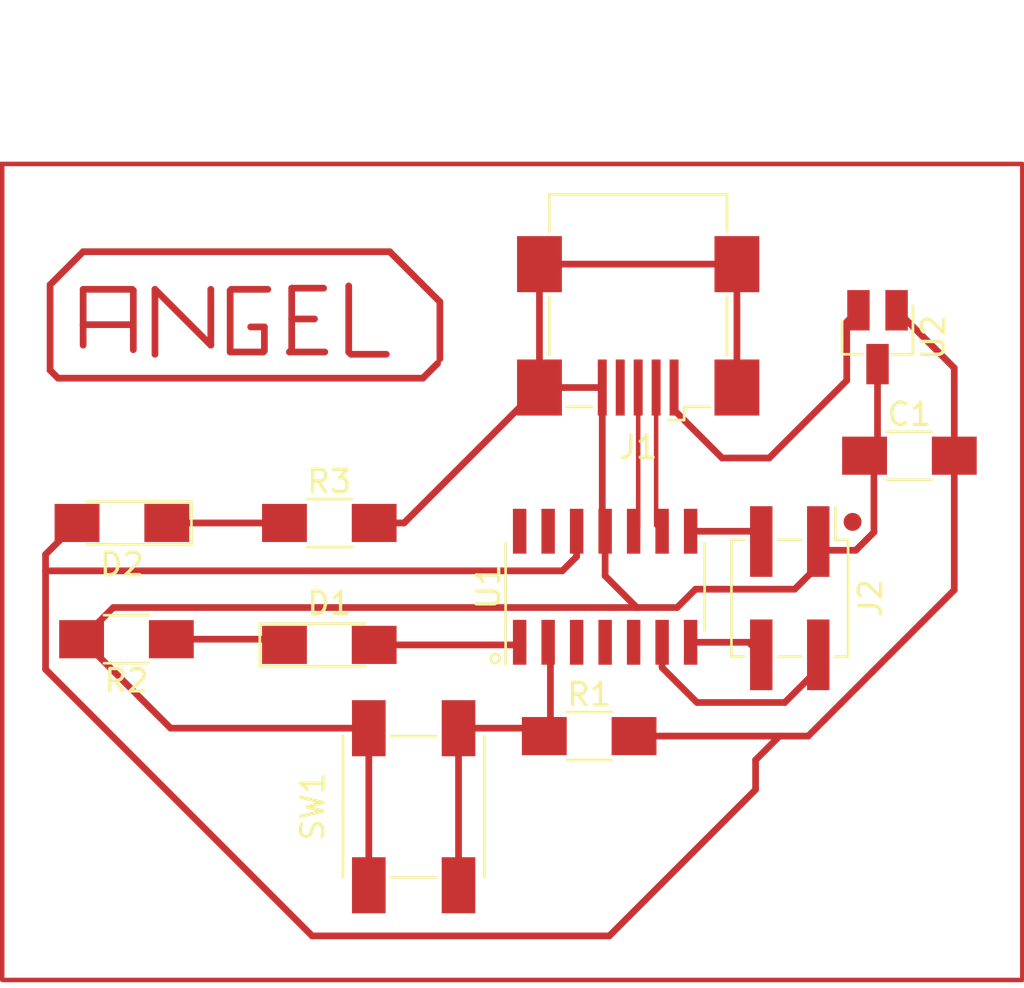
<source format=kicad_pcb>
(kicad_pcb (version 20211014) (generator pcbnew)
  (layers (0 "F.Cu" signal) (31 "B.Cu" signal) (34 "B.Paste" user) (35 "F.Paste" user) (36 "B.SilkS" user "B.Silkscreen") (37 "F.SilkS" user "F.Silkscreen") (38 "B.Mask" user) (39 "F.Mask" user) (44 "Edge.Cuts" user))
  (net 0 "")
  (net 1 "VDD")
  (net 2 "GND")
  (net 3 "Net-(D1-Pad1)")
  (net 4 "Net-(D2-Pad1)")
  (net 5 "5V")
  (net 6 "D-")
  (net 7 "D+")
  (net 9 "RST")
  (net 10 "DIO")
  (net 11 "CLK")
  (net 12 "BUTTON")
  (net 13 "LED")
  (net 18 "BUT")
  (footprint "fab:PinHeader_2x02_P2.54mm_Vertical_SMD" (layer "F.Cu") (at 150.0124 81.788 -90)
    (fp_text reference "J2" (at 0 -3.6 90) (layer "F.SilkS"))
    (fp_text value "Conn_PinHeader_2x02_P2.54mm_Vertical_SMD")
    (fp_circle (center -3.4 -2.8) (end -3.1 -2.8) (layer "F.Cu") (width 0.2) (fill solid))
    (fp_line (start -2.6 -2.6) (end -2.6 -2.03) (layer "F.SilkS") (width 0.12))
    (fp_line (start -2.6 -2.6) (end 2.6 -2.6) (layer "F.SilkS") (width 0.12))
    (fp_line (start -2.6 2.03) (end -2.6 2.6) (layer "F.SilkS") (width 0.12))
    (fp_line (start 2.6 2.03) (end 2.6 2.6) (layer "F.SilkS") (width 0.12))
    (fp_line (start 2.6 -2.6) (end 2.6 -2.03) (layer "F.SilkS") (width 0.12))
    (fp_line (start -2.6 2.6) (end 2.6 2.6) (layer "F.SilkS") (width 0.12))
    (fp_line (start 2.6 -0.51) (end 2.6 0.51) (layer "F.SilkS") (width 0.12))
    (fp_line (start -2.6 -0.51) (end -2.6 0.51) (layer "F.SilkS") (width 0.12))
    (fp_line (start -4.04 -2.03) (end -2.6 -2.03) (layer "F.SilkS") (width 0.12))
    (pad "1" smd rect (at -2.525 -1.27 270) (size 3.15 1) (layers "F.Cu" "F.Paste" "F.Mask") (net 2 "GND"))
    (pad "2" smd rect (at 2.525 -1.27 270) (size 3.15 1) (layers "F.Cu" "F.Paste" "F.Mask") (net 9 "RST"))
    (pad "3" smd rect (at -2.525 1.27 270) (size 3.15 1) (layers "F.Cu" "F.Paste" "F.Mask") (net 10 "DIO"))
    (pad "4" smd rect (at 2.525 1.27 270) (size 3.15 1) (layers "F.Cu" "F.Paste" "F.Mask") (net 11 "CLK"))
  )
  (footprint "fab:Button_Omron_B3SN_6x6mm" (layer "F.Cu") (at 133.2484 91.0844 90)
    (fp_text reference "SW1" (at 0 -4.5 90) (layer "F.SilkS"))
    (fp_text value "BUTTON_B3SN")
    (fp_line (start -3.15 -3.15) (end 3.15 -3.15) (layer "F.SilkS") (width 0.12))
    (fp_line (start 3.15 3.15) (end -3.15 3.15) (layer "F.SilkS") (width 0.12))
    (fp_line (start 3.15 -1) (end 3.15 1) (layer "F.SilkS") (width 0.12))
    (fp_line (start -3.15 1) (end -3.15 -1) (layer "F.SilkS") (width 0.12))
    (pad "1" smd rect locked (at -3.5 -2 90) (size 2.5 1.5) (layers "F.Cu" "F.Paste" "F.Mask") (net 2 "GND"))
    (pad "1" smd rect locked (at 3.5 -2 90) (size 2.5 1.5) (layers "F.Cu" "F.Paste" "F.Mask") (net 2 "GND"))
    (pad "2" smd rect locked (at -3.5 2 90) (size 2.5 1.5) (layers "F.Cu" "F.Paste" "F.Mask") (net 12 "BUTTON"))
    (pad "2" smd rect locked (at 3.5 2 90) (size 2.5 1.5) (layers "F.Cu" "F.Paste" "F.Mask") (net 12 "BUTTON"))
  )
  (footprint "fab:LED_1206" (layer "F.Cu") (at 120.2436 78.4352 180)
    (fp_text reference "D2" (at 0 -1.85) (layer "F.SilkS"))
    (fp_text value "LED")
    (fp_line (start -3.1 -0.95) (end 1.6 -0.95) (layer "F.SilkS") (width 0.12))
    (fp_line (start -3.1 -0.95) (end -3.1 0.95) (layer "F.SilkS") (width 0.12))
    (fp_line (start -3.1 0.95) (end 1.6 0.95) (layer "F.SilkS") (width 0.12))
    (pad "1" smd rect locked (at -2 0 180) (size 2 1.7) (layers "F.Cu" "F.Paste" "F.Mask") (net 4 "Net-(D2-Pad1)"))
    (pad "2" smd rect locked (at 2 0 180) (size 2 1.7) (layers "F.Cu" "F.Paste" "F.Mask") (net 1 "VDD"))
  )
  (footprint "fab:C_1206" (layer "F.Cu") (at 155.3464 75.438)
    (fp_text reference "C1" (at 0 -1.85) (layer "F.SilkS"))
    (fp_text value "C")
    (fp_line (start 1 1.07) (end -1 1.07) (layer "F.SilkS") (width 0.12))
    (fp_line (start -1 -1.07) (end 1 -1.07) (layer "F.SilkS") (width 0.12))
    (pad "1" smd rect locked (at -2 0) (size 2 1.7) (layers "F.Cu" "F.Paste" "F.Mask") (net 2 "GND"))
    (pad "2" smd rect locked (at 2 0) (size 2 1.7) (layers "F.Cu" "F.Paste" "F.Mask") (net 1 "VDD"))
  )
  (footprint "fab:SOT-23" (layer "F.Cu") (at 153.924 70.1548 -90)
    (fp_text reference "U2" (at 0 -2.5 90) (layer "F.SilkS"))
    (fp_text value "Regulator_Linear_LM3480-3.3V-100mA")
    (fp_line (start 0.76 -1.58) (end -1.4 -1.58) (layer "F.SilkS") (width 0.12))
    (fp_line (start 0.76 -1.58) (end 0.76 -0.65) (layer "F.SilkS") (width 0.12))
    (fp_line (start 0.76 1.58) (end -0.7 1.58) (layer "F.SilkS") (width 0.12))
    (fp_line (start 0.76 1.58) (end 0.76 0.65) (layer "F.SilkS") (width 0.12))
    (pad "1" smd rect locked (at -1.2 -0.85 270) (size 1.8 1) (layers "F.Cu" "F.Paste" "F.Mask") (net 1 "VDD"))
    (pad "2" smd rect locked (at -1.2 0.85 270) (size 1.8 1) (layers "F.Cu" "F.Paste" "F.Mask") (net 5 "5V"))
    (pad "3" smd rect locked (at 1.2 0 270) (size 1.8 1) (layers "F.Cu" "F.Paste" "F.Mask") (net 2 "GND"))
  )
  (footprint "fab:R_1206" (layer "F.Cu") (at 129.4892 78.4352)
    (fp_text reference "R3" (at 0 -1.85) (layer "F.SilkS"))
    (fp_text value "R")
    (fp_line (start 1 1.07) (end -1 1.07) (layer "F.SilkS") (width 0.12))
    (fp_line (start -1 -1.07) (end 1 -1.07) (layer "F.SilkS") (width 0.12))
    (pad "1" smd rect locked (at -2 0) (size 2 1.7) (layers "F.Cu" "F.Paste" "F.Mask") (net 4 "Net-(D2-Pad1)"))
    (pad "2" smd rect locked (at 2 0) (size 2 1.7) (layers "F.Cu" "F.Paste" "F.Mask") (net 2 "GND"))
  )
  (footprint "fab:SOIC-14_3.9x8.7mm_P1.27mm" (layer "F.Cu") (at 141.7828 81.28 90)
    (fp_text reference "U1" (at 0 -5.2 90) (layer "F.SilkS"))
    (fp_text value "ATSAMD11C14A-SS")
    (fp_line (start 0 -4.435) (end -3.45 -4.435) (layer "F.SilkS") (width 0.12))
    (fp_line (start 0 -4.435) (end 1.95 -4.435) (layer "F.SilkS") (width 0.12))
    (fp_line (start 0 4.435) (end 1.95 4.435) (layer "F.SilkS") (width 0.12))
    (fp_line (start 0 4.435) (end -1.95 4.435) (layer "F.SilkS") (width 0.12))
    (fp_circle (center -3.2 -4.9) (end -3.2 -4.7) (layer "F.SilkS") (width 0.12) (fill none))
    (pad "1" smd rect (at -2.475 -3.81 90) (size 2 0.6) (layers "F.Cu" "F.Paste" "F.Mask") (net 13 "LED"))
    (pad "2" smd rect (at -2.475 -2.54 90) (size 2 0.6) (layers "F.Cu" "F.Paste" "F.Mask") (net 12 "BUTTON"))
    (pad "3" smd rect (at -2.475 -1.27 90) (size 2 0.6) (layers "F.Cu" "F.Paste" "F.Mask"))
    (pad "4" smd rect (at -2.475 0 90) (size 2 0.6) (layers "F.Cu" "F.Paste" "F.Mask"))
    (pad "5" smd rect (at -2.475 1.27 90) (size 2 0.6) (layers "F.Cu" "F.Paste" "F.Mask"))
    (pad "6" smd rect (at -2.475 2.54 90) (size 2 0.6) (layers "F.Cu" "F.Paste" "F.Mask") (net 9 "RST"))
    (pad "7" smd rect (at -2.475 3.81 90) (size 2 0.6) (layers "F.Cu" "F.Paste" "F.Mask") (net 11 "CLK"))
    (pad "8" smd rect (at 2.475 3.81 90) (size 2 0.6) (layers "F.Cu" "F.Paste" "F.Mask") (net 10 "DIO"))
    (pad "9" smd rect (at 2.475 2.54 90) (size 2 0.6) (layers "F.Cu" "F.Paste" "F.Mask") (net 6 "D-"))
    (pad "10" smd rect (at 2.475 1.27 90) (size 2 0.6) (layers "F.Cu" "F.Paste" "F.Mask") (net 7 "D+"))
    (pad "11" smd rect (at 2.475 0 90) (size 2 0.6) (layers "F.Cu" "F.Paste" "F.Mask") (net 2 "GND"))
    (pad "12" smd rect (at 2.475 -1.27 90) (size 2 0.6) (layers "F.Cu" "F.Paste" "F.Mask") (net 1 "VDD"))
    (pad "13" smd rect (at 2.475 -2.54 90) (size 2 0.6) (layers "F.Cu" "F.Paste" "F.Mask"))
    (pad "14" smd rect (at 2.475 -3.81 90) (size 2 0.6) (layers "F.Cu" "F.Paste" "F.Mask") (net 18 "BUT"))
  )
  (footprint "fab:R_1206" (layer "F.Cu") (at 120.4468 83.6168 180)
    (fp_text reference "R2" (at 0 -1.85) (layer "F.SilkS"))
    (fp_text value "R")
    (fp_line (start 1 1.07) (end -1 1.07) (layer "F.SilkS") (width 0.12))
    (fp_line (start -1 -1.07) (end 1 -1.07) (layer "F.SilkS") (width 0.12))
    (pad "1" smd rect locked (at -2 0 180) (size 2 1.7) (layers "F.Cu" "F.Paste" "F.Mask") (net 3 "Net-(D1-Pad1)"))
    (pad "2" smd rect locked (at 2 0 180) (size 2 1.7) (layers "F.Cu" "F.Paste" "F.Mask") (net 2 "GND"))
  )
  (footprint "fab:R_1206" (layer "F.Cu") (at 141.0716 87.9348)
    (fp_text reference "R1" (at 0 -1.85) (layer "F.SilkS"))
    (fp_text value "R")
    (fp_line (start 1 1.07) (end -1 1.07) (layer "F.SilkS") (width 0.12))
    (fp_line (start -1 -1.07) (end 1 -1.07) (layer "F.SilkS") (width 0.12))
    (pad "1" smd rect locked (at -2 0) (size 2 1.7) (layers "F.Cu" "F.Paste" "F.Mask") (net 12 "BUTTON"))
    (pad "2" smd rect locked (at 2 0) (size 2 1.7) (layers "F.Cu" "F.Paste" "F.Mask") (net 1 "VDD"))
  )
  (footprint "Connector_USB:USB_Mini-B_Wuerth_65100516121_Horizontal" (layer "F.Cu") (at 143.256 69.7992 180)
    (fp_text reference "J1" (at 0 -5.25) (layer "F.SilkS"))
    (fp_text value "USB_B_Mini")
    (fp_line (start -3.96 1.45) (end -3.96 -1.15) (layer "F.SilkS") (width 0.12))
    (fp_line (start -2.05 -4.05) (end -1.35 -4.05) (layer "F.SilkS") (width 0.12))
    (fp_line (start -3.2 -3.46) (end -2.05 -3.46) (layer "F.SilkS") (width 0.12))
    (fp_line (start 3.96 -1.15) (end 3.96 1.45) (layer "F.SilkS") (width 0.12))
    (fp_line (start -3.96 6.01) (end 3.96 6.01) (layer "F.SilkS") (width 0.12))
    (fp_line (start -2.05 -3.46) (end -2.05 -4.05) (layer "F.SilkS") (width 0.12))
    (fp_line (start -3.96 4.35) (end -3.96 6.01) (layer "F.SilkS") (width 0.12))
    (fp_line (start 3.96 6.01) (end 3.96 4.35) (layer "F.SilkS") (width 0.12))
    (fp_line (start 2.05 -3.46) (end 3.2 -3.46) (layer "F.SilkS") (width 0.12))
    (pad "" np_thru_hole circle (at -2.2 0 180) (size 0.9 0.9) (drill 0.9) (layers *.Cu *.Mask))
    (pad "" np_thru_hole circle (at 2.2 0 180) (size 0.9 0.9) (drill 0.9) (layers *.Cu *.Mask))
    (pad "1" smd rect (at -1.6 -2.6 180) (size 0.4 2.5) (layers "F.Cu" "F.Paste" "F.Mask") (net 5 "5V"))
    (pad "2" smd rect (at -0.8 -2.6 180) (size 0.4 2.5) (layers "F.Cu" "F.Paste" "F.Mask") (net 6 "D-"))
    (pad "3" smd rect (at 0 -2.6 180) (size 0.4 2.5) (layers "F.Cu" "F.Paste" "F.Mask") (net 7 "D+"))
    (pad "4" smd rect (at 0.8 -2.6 180) (size 0.4 2.5) (layers "F.Cu" "F.Paste" "F.Mask"))
    (pad "5" smd rect (at 1.6 -2.6 180) (size 0.4 2.5) (layers "F.Cu" "F.Paste" "F.Mask") (net 2 "GND"))
    (pad "6" smd rect (at 4.4 2.9 180) (size 2 2.5) (layers "F.Cu" "F.Paste" "F.Mask") (net 2 "GND"))
    (pad "6" smd rect (at 4.4 -2.6 180) (size 2 2.5) (layers "F.Cu" "F.Paste" "F.Mask") (net 2 "GND"))
    (pad "6" smd rect (at -4.4 2.9 180) (size 2 2.5) (layers "F.Cu" "F.Paste" "F.Mask") (net 2 "GND"))
    (pad "6" smd rect (at -4.4 -2.6 180) (size 2 2.5) (layers "F.Cu" "F.Paste" "F.Mask") (net 2 "GND"))
  )
  (footprint "fab:LED_1206" (layer "F.Cu") (at 129.4892 83.8708)
    (fp_text reference "D1" (at 0 -1.85) (layer "F.SilkS"))
    (fp_text value "LED")
    (fp_line (start -3.1 0.95) (end 1.6 0.95) (layer "F.SilkS") (width 0.12))
    (fp_line (start -3.1 -0.95) (end 1.6 -0.95) (layer "F.SilkS") (width 0.12))
    (fp_line (start -3.1 -0.95) (end -3.1 0.95) (layer "F.SilkS") (width 0.12))
    (pad "1" smd rect locked (at -2 0) (size 2 1.7) (layers "F.Cu" "F.Paste" "F.Mask") (net 3 "Net-(D1-Pad1)"))
    (pad "2" smd rect locked (at 2 0) (size 2 1.7) (layers "F.Cu" "F.Paste" "F.Mask") (net 13 "LED"))
  )
  (gr_rect (start 114.9096 62.4332) (end 160.3756 98.806) (layer "F.Cu") (width 0.2) (fill none))
  (segment (start 125.0696 68.072) (end 125.0696 70.8152) (width 0.3) (layer "F.Cu") (net 0))
  (segment (start 118.5164 69.596) (end 120.5992 69.596) (width 0.3) (layer "F.Cu") (net 0))
  (segment (start 133.6548 71.9836) (end 134.3152 71.3232) (width 0.3) (layer "F.Cu") (net 0))
  (segment (start 125.0696 70.8152) (end 126.5428 70.8152) (width 0.3) (layer "F.Cu") (net 0))
  (segment (start 117.0432 71.628) (end 117.3988 71.9836) (width 0.3) (layer "F.Cu") (net 0))
  (segment (start 118.5164 68.0212) (end 120.7008 68.0212) (width 0.3) (layer "F.Cu") (net 0))
  (segment (start 118.5164 69.596) (end 118.5164 68.0212) (width 0.3) (layer "F.Cu") (net 0))
  (segment (start 132.1816 66.3448) (end 118.5164 66.3448) (width 0.3) (layer "F.Cu") (net 0))
  (segment (start 134.4168 68.58) (end 132.1816 66.3448) (width 0.3) (layer "F.Cu") (net 0))
  (segment (start 117.0432 67.818) (end 117.0432 71.628) (width 0.3) (layer "F.Cu") (net 0))
  (segment (start 127.8128 70.7136) (end 127.7112 70.8152) (width 0.3) (layer "F.Cu") (net 0))
  (segment (start 120.7008 68.0212) (end 120.7516 68.072) (width 0.3) (layer "F.Cu") (net 0))
  (segment (start 127.7112 70.8152) (end 129.286 70.8152) (width 0.3) (layer "F.Cu") (net 0))
  (segment (start 121.7168 68.0212) (end 124.206 70.5104) (width 0.3) (layer "F.Cu") (net 0))
  (segment (start 130.4544 70.9168) (end 132.0292 70.9168) (width 0.3) (layer "F.Cu") (net 0))
  (segment (start 120.7516 68.072) (end 120.7516 70.7136) (width 0.3) (layer "F.Cu") (net 0))
  (segment (start 126.746 68.0212) (end 125.1204 68.0212) (width 0.3) (layer "F.Cu") (net 0))
  (segment (start 127.8128 67.9704) (end 127.8128 69.342) (width 0.3) (layer "F.Cu") (net 0))
  (segment (start 134.4168 68.58) (end 134.4168 71.12) (width 0.3) (layer "F.Cu") (net 0))
  (segment (start 117.3988 71.9836) (end 133.6548 71.9836) (width 0.3) (layer "F.Cu") (net 0))
  (segment (start 127.8128 67.9704) (end 129.2352 67.9704) (width 0.3) (layer "F.Cu") (net 0))
  (segment (start 121.7168 70.9168) (end 121.7168 68.0212) (width 0.3) (layer "F.Cu") (net 0))
  (segment (start 126.5428 70.8152) (end 126.5936 70.7644) (width 0.3) (layer "F.Cu") (net 0))
  (segment (start 118.5164 66.3448) (end 117.0432 67.818) (width 0.3) (layer "F.Cu") (net 0))
  (segment (start 124.206 70.5104) (end 124.206 68.0212) (width 0.3) (layer "F.Cu") (net 0))
  (segment (start 125.1204 68.0212) (end 125.0696 68.072) (width 0.3) (layer "F.Cu") (net 0))
  (segment (start 127.8128 69.342) (end 127.8128 70.7136) (width 0.3) (layer "F.Cu") (net 0))
  (segment (start 127.8128 69.342) (end 128.8288 69.342) (width 0.3) (layer "F.Cu") (net 0))
  (segment (start 118.5164 70.5104) (end 118.5164 69.596) (width 0.3) (layer "F.Cu") (net 0))
  (segment (start 130.3528 70.8152) (end 130.4544 70.9168) (width 0.3) (layer "F.Cu") (net 0))
  (segment (start 126.5936 69.6976) (end 125.984 69.6976) (width 0.3) (layer "F.Cu") (net 0))
  (segment (start 126.5936 70.7644) (end 126.5936 69.6976) (width 0.3) (layer "F.Cu") (net 0))
  (segment (start 130.3528 67.8688) (end 130.3528 70.8152) (width 0.3) (layer "F.Cu") (net 0))
  (segment (start 116.84 79.8388) (end 118.2436 78.4352) (width 0.3) (layer "F.Cu") (net 1))
  (segment (start 149.5552 87.9348) (end 143.0716 87.9348) (width 0.3) (layer "F.Cu") (net 1))
  (segment (start 148.4884 90.3224) (end 148.4884 89.0016) (width 0.3) (layer "F.Cu") (net 1))
  (segment (start 157.3464 81.423022) (end 150.834622 87.9348) (width 0.3) (layer "F.Cu") (net 1))
  (segment (start 150.834622 87.9348) (end 149.5552 87.9348) (width 0.3) (layer "F.Cu") (net 1))
  (segment (start 139.878022 80.5688) (end 140.5128 79.934022) (width 0.3) (layer "F.Cu") (net 1))
  (segment (start 141.969689 96.841111) (end 128.722089 96.841111) (width 0.3) (layer "F.Cu") (net 1))
  (segment (start 116.84 80.5688) (end 116.84 79.8388) (width 0.3) (layer "F.Cu") (net 1))
  (segment (start 116.84 84.959022) (end 116.84 80.5688) (width 0.3) (layer "F.Cu") (net 1))
  (segment (start 148.4884 89.0016) (end 149.5552 87.9348) (width 0.3) (layer "F.Cu") (net 1))
  (segment (start 157.3464 75.438) (end 157.3464 81.423022) (width 0.3) (layer "F.Cu") (net 1))
  (segment (start 157.3464 71.5272) (end 157.3464 75.438) (width 0.3) (layer "F.Cu") (net 1))
  (segment (start 140.5128 79.934022) (end 140.5128 78.805) (width 0.3) (layer "F.Cu") (net 1))
  (segment (start 116.84 80.5688) (end 139.878022 80.5688) (width 0.3) (layer "F.Cu") (net 1))
  (segment (start 154.774 68.9548) (end 157.3464 71.5272) (width 0.3) (layer "F.Cu") (net 1))
  (segment (start 128.722089 96.841111) (end 116.84 84.959022) (width 0.3) (layer "F.Cu") (net 1))
  (segment (start 141.969689 96.841111) (end 148.4884 90.3224) (width 0.3) (layer "F.Cu") (net 1))
  (segment (start 138.856 66.8992) (end 147.656 66.8992) (width 0.3) (layer "F.Cu") (net 2))
  (segment (start 143.194111 82.205489) (end 144.99192 82.205489) (width 0.3) (layer "F.Cu") (net 2))
  (segment (start 118.4468 83.6168) (end 122.4144 87.5844) (width 0.3) (layer "F.Cu") (net 2))
  (segment (start 153.3464 75.438) (end 153.763735 75.855335) (width 0.3) (layer "F.Cu") (net 2))
  (segment (start 151.6738 79.6544) (end 151.2824 79.263) (width 0.3) (layer "F.Cu") (net 2))
  (segment (start 138.856 72.3992) (end 141.545689 72.3992) (width 0.3) (layer "F.Cu") (net 2))
  (segment (start 153.924 71.3548) (end 153.924 74.8604) (width 0.3) (layer "F.Cu") (net 2))
  (segment (start 145.809898 81.387511) (end 150.232889 81.387511) (width 0.3) (layer "F.Cu") (net 2))
  (segment (start 122.4144 87.5844) (end 131.2484 87.5844) (width 0.3) (layer "F.Cu") (net 2))
  (segment (start 144.99192 82.205489) (end 145.809898 81.387511) (width 0.3) (layer "F.Cu") (net 2))
  (segment (start 141.7828 80.794178) (end 143.194111 82.205489) (width 0.3) (layer "F.Cu") (net 2))
  (segment (start 141.656 78.6782) (end 141.7828 78.805) (width 0.3) (layer "F.Cu") (net 2))
  (segment (start 138.856 66.8992) (end 138.856 72.3992) (width 0.3) (layer "F.Cu") (net 2))
  (segment (start 141.545689 72.3992) (end 141.656489 72.2884) (width 0.3) (layer "F.Cu") (net 2))
  (segment (start 131.2484 87.5844) (end 131.2484 94.5844) (width 0.3) (layer "F.Cu") (net 2))
  (segment (start 153.763735 75.855335) (end 153.763735 78.847212) (width 0.3) (layer "F.Cu") (net 2))
  (segment (start 147.656 66.8992) (end 147.656 72.3992) (width 0.3) (layer "F.Cu") (net 2))
  (segment (start 141.7828 78.805) (end 141.7828 80.794178) (width 0.3) (layer "F.Cu") (net 2))
  (segment (start 151.2824 80.338) (end 151.2824 79.263) (width 0.3) (layer "F.Cu") (net 2))
  (segment (start 152.956547 79.6544) (end 151.6738 79.6544) (width 0.3) (layer "F.Cu") (net 2))
  (segment (start 118.4468 83.6168) (end 119.858111 82.205489) (width 0.3) (layer "F.Cu") (net 2))
  (segment (start 131.4892 78.4352) (end 132.82 78.4352) (width 0.3) (layer "F.Cu") (net 2))
  (segment (start 119.858111 82.205489) (end 143.194111 82.205489) (width 0.3) (layer "F.Cu") (net 2))
  (segment (start 132.82 78.4352) (end 138.856 72.3992) (width 0.3) (layer "F.Cu") (net 2))
  (segment (start 153.924 74.8604) (end 153.3464 75.438) (width 0.3) (layer "F.Cu") (net 2))
  (segment (start 153.763735 78.847212) (end 152.956547 79.6544) (width 0.3) (layer "F.Cu") (net 2))
  (segment (start 150.232889 81.387511) (end 151.2824 80.338) (width 0.3) (layer "F.Cu") (net 2))
  (segment (start 141.656 72.3992) (end 141.656 78.6782) (width 0.3) (layer "F.Cu") (net 2))
  (segment (start 127.2352 83.6168) (end 127.4892 83.8708) (width 0.3) (layer "F.Cu") (net 3))
  (segment (start 122.4468 83.6168) (end 127.2352 83.6168) (width 0.3) (layer "F.Cu") (net 3))
  (segment (start 122.2436 78.4352) (end 127.4892 78.4352) (width 0.3) (layer "F.Cu") (net 4))
  (segment (start 144.856 73.3992) (end 146.9964 75.5396) (width 0.3) (layer "F.Cu") (net 5))
  (segment (start 144.856 72.3992) (end 144.856 73.3992) (width 0.3) (layer "F.Cu") (net 5))
  (segment (start 152.5524 72.0852) (end 152.5524 69.4764) (width 0.3) (layer "F.Cu") (net 5))
  (segment (start 149.098 75.5396) (end 152.5524 72.0852) (width 0.3) (layer "F.Cu") (net 5))
  (segment (start 152.5524 69.4764) (end 153.074 68.9548) (width 0.3) (layer "F.Cu") (net 5))
  (segment (start 146.9964 75.5396) (end 149.098 75.5396) (width 0.3) (layer "F.Cu") (net 5))
  (segment (start 144.056 72.3992) (end 144.056 78.5382) (width 0.2) (layer "F.Cu") (net 6))
  (segment (start 144.056 78.5382) (end 144.3228 78.805) (width 0.2) (layer "F.Cu") (net 6))
  (segment (start 143.256 78.6018) (end 143.0528 78.805) (width 0.2) (layer "F.Cu") (net 7))
  (segment (start 143.256 72.3992) (end 143.256 78.6018) (width 0.2) (layer "F.Cu") (net 7))
  (segment (start 149.791911 86.437511) (end 151.2824 84.947022) (width 0.3) (layer "F.Cu") (net 9))
  (segment (start 151.2824 84.947022) (end 151.2824 84.313) (width 0.3) (layer "F.Cu") (net 9))
  (segment (start 144.3228 83.755) (end 144.3228 84.884022) (width 0.3) (layer "F.Cu") (net 9))
  (segment (start 145.876289 86.437511) (end 149.791911 86.437511) (width 0.3) (layer "F.Cu") (net 9))
  (segment (start 144.3228 84.884022) (end 145.876289 86.437511) (width 0.3) (layer "F.Cu") (net 9))
  (segment (start 145.5928 78.805) (end 148.2844 78.805) (width 0.3) (layer "F.Cu") (net 10))
  (segment (start 148.2844 78.805) (end 148.7424 79.263) (width 0.3) (layer "F.Cu") (net 10))
  (segment (start 148.1844 83.755) (end 148.7424 84.313) (width 0.3) (layer "F.Cu") (net 11))
  (segment (start 145.5928 83.755) (end 148.1844 83.755) (width 0.3) (layer "F.Cu") (net 11))
  (segment (start 138.7212 87.5844) (end 139.0716 87.9348) (width 0.3) (layer "F.Cu") (net 12))
  (segment (start 139.3444 87.662) (end 139.3444 83.8566) (width 0.3) (layer "F.Cu") (net 12))
  (segment (start 135.2484 87.5844) (end 138.7212 87.5844) (width 0.3) (layer "F.Cu") (net 12))
  (segment (start 135.2484 87.5844) (end 135.2484 94.5844) (width 0.3) (layer "F.Cu") (net 12))
  (segment (start 139.0716 87.9348) (end 139.3444 87.662) (width 0.3) (layer "F.Cu") (net 12))
  (segment (start 139.3444 83.8566) (end 139.2428 83.755) (width 0.3) (layer "F.Cu") (net 12))
  (segment (start 137.857 83.8708) (end 137.9728 83.755) (width 0.3) (layer "F.Cu") (net 13))
  (segment (start 131.4892 83.8708) (end 137.857 83.8708) (width 0.3) (layer "F.Cu") (net 13))
)
</source>
